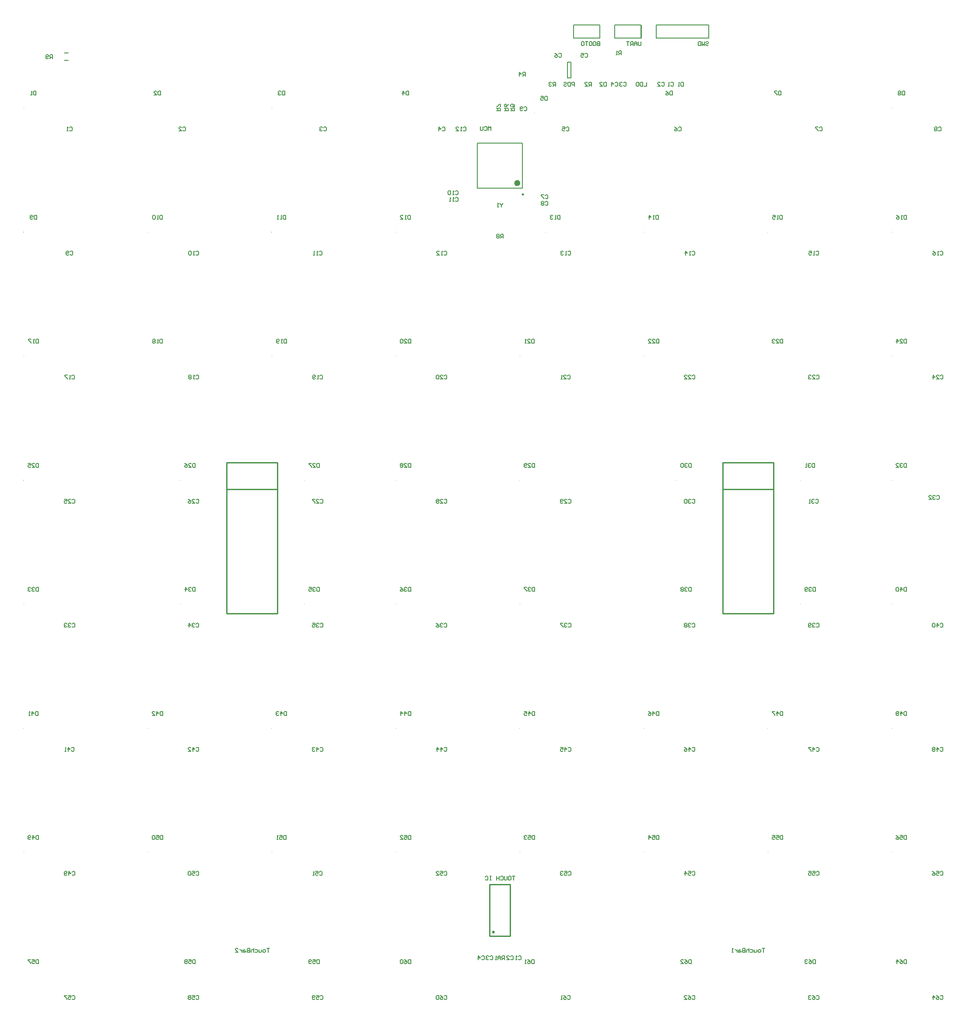
<source format=gbo>
G04*
G04 #@! TF.GenerationSoftware,Altium Limited,Altium Designer,18.1.5 (160)*
G04*
G04 Layer_Color=32896*
%FSLAX25Y25*%
%MOIN*%
G70*
G01*
G75*
%ADD10C,0.00394*%
%ADD11C,0.00500*%
%ADD32C,0.01000*%
%ADD33C,0.00984*%
%ADD69C,0.02362*%
%ADD73C,0.00787*%
%ADD92C,0.00504*%
G36*
X467520Y173228D02*
X467324D01*
X466962Y173079D01*
X466685Y172802D01*
X466535Y172440D01*
Y172244D01*
Y172048D01*
X466685Y171687D01*
X466962Y171410D01*
X467324Y171260D01*
X467520D01*
X467715D01*
X468077Y171410D01*
X468354Y171687D01*
X468504Y172048D01*
Y172244D01*
Y172440D01*
X468354Y172802D01*
X468077Y173079D01*
X467715Y173228D01*
X467520D01*
D01*
D02*
G37*
G36*
X509194Y277407D02*
D01*
D02*
G37*
G36*
X580315Y834842D02*
D01*
D02*
G37*
D10*
X323429Y138509D02*
G03*
X323429Y138509I-197J0D01*
G01*
X701382D02*
G03*
X701382Y138509I-197J0D01*
G01*
X507288Y705438D02*
G03*
X507288Y705438I-197J0D01*
G01*
X109650D02*
G03*
X109650Y705438I-197J0D01*
G01*
Y610950D02*
G03*
X109650Y610950I-197J0D01*
G01*
Y516462D02*
G03*
X109650Y516462I-197J0D01*
G01*
Y421974D02*
G03*
X109650Y421974I-197J0D01*
G01*
Y327485D02*
G03*
X109650Y327485I-197J0D01*
G01*
Y232997D02*
G03*
X109650Y232997I-197J0D01*
G01*
Y138509D02*
G03*
X109650Y138509I-197J0D01*
G01*
X204138Y705438D02*
G03*
X204138Y705438I-197J0D01*
G01*
Y610950D02*
G03*
X204138Y610950I-197J0D01*
G01*
X228941Y516462D02*
G03*
X228941Y516462I-197J0D01*
G01*
Y421974D02*
G03*
X228941Y421974I-197J0D01*
G01*
X204138Y327485D02*
G03*
X204138Y327485I-197J0D01*
G01*
Y232997D02*
G03*
X204138Y232997I-197J0D01*
G01*
X228941Y138509D02*
G03*
X228941Y138509I-197J0D01*
G01*
X298626Y705438D02*
G03*
X298626Y705438I-197J0D01*
G01*
Y610950D02*
G03*
X298626Y610950I-197J0D01*
G01*
X323429Y516462D02*
G03*
X323429Y516462I-197J0D01*
G01*
Y421974D02*
G03*
X323429Y421974I-197J0D01*
G01*
X298626Y327485D02*
G03*
X298626Y327485I-197J0D01*
G01*
Y232997D02*
G03*
X298626Y232997I-197J0D01*
G01*
X393114Y705438D02*
G03*
X393114Y705438I-197J0D01*
G01*
Y610950D02*
G03*
X393114Y610950I-197J0D01*
G01*
Y516462D02*
G03*
X393114Y516462I-197J0D01*
G01*
Y421974D02*
G03*
X393114Y421974I-197J0D01*
G01*
Y327485D02*
G03*
X393114Y327485I-197J0D01*
G01*
Y232997D02*
G03*
X393114Y232997I-197J0D01*
G01*
Y138509D02*
G03*
X393114Y138509I-197J0D01*
G01*
X487603Y610950D02*
G03*
X487603Y610950I-197J0D01*
G01*
Y516462D02*
G03*
X487603Y516462I-197J0D01*
G01*
Y421974D02*
G03*
X487603Y421974I-197J0D01*
G01*
Y327485D02*
G03*
X487603Y327485I-197J0D01*
G01*
Y232997D02*
G03*
X487603Y232997I-197J0D01*
G01*
Y138509D02*
G03*
X487603Y138509I-197J0D01*
G01*
X582091Y705438D02*
G03*
X582091Y705438I-197J0D01*
G01*
Y610950D02*
G03*
X582091Y610950I-197J0D01*
G01*
X606894Y516462D02*
G03*
X606894Y516462I-197J0D01*
G01*
Y421974D02*
G03*
X606894Y421974I-197J0D01*
G01*
X582091Y327485D02*
G03*
X582091Y327485I-197J0D01*
G01*
Y232997D02*
G03*
X582091Y232997I-197J0D01*
G01*
X606894Y138509D02*
G03*
X606894Y138509I-197J0D01*
G01*
X676579Y705438D02*
G03*
X676579Y705438I-197J0D01*
G01*
Y610950D02*
G03*
X676579Y610950I-197J0D01*
G01*
X701382Y516462D02*
G03*
X701382Y516462I-197J0D01*
G01*
Y421974D02*
G03*
X701382Y421974I-197J0D01*
G01*
X676579Y327485D02*
G03*
X676579Y327485I-197J0D01*
G01*
Y232997D02*
G03*
X676579Y232997I-197J0D01*
G01*
X771067Y705438D02*
G03*
X771067Y705438I-197J0D01*
G01*
Y610950D02*
G03*
X771067Y610950I-197J0D01*
G01*
Y516462D02*
G03*
X771067Y516462I-197J0D01*
G01*
Y421974D02*
G03*
X771067Y421974I-197J0D01*
G01*
Y327485D02*
G03*
X771067Y327485I-197J0D01*
G01*
Y232997D02*
G03*
X771067Y232997I-197J0D01*
G01*
Y138509D02*
G03*
X771067Y138509I-197J0D01*
G01*
Y799926D02*
G03*
X771067Y799926I-197J0D01*
G01*
X676579D02*
G03*
X676579Y799926I-197J0D01*
G01*
X593902Y799926D02*
G03*
X593902Y799926I-197J0D01*
G01*
X498626Y795989D02*
G03*
X498626Y795989I-197J0D01*
G01*
X393114Y799926D02*
G03*
X393114Y799926I-197J0D01*
G01*
X298626Y799926D02*
G03*
X298626Y799926I-197J0D01*
G01*
X204138D02*
G03*
X204138Y799926I-197J0D01*
G01*
X109650D02*
G03*
X109650Y799926I-197J0D01*
G01*
D11*
X548465Y850401D02*
Y847402D01*
X546965D01*
X546465Y847901D01*
Y848401D01*
X546965Y848901D01*
X548465D01*
X546965D01*
X546465Y849401D01*
Y849901D01*
X546965Y850401D01*
X548465D01*
X543966D02*
X544966D01*
X545466Y849901D01*
Y847901D01*
X544966Y847402D01*
X543966D01*
X543466Y847901D01*
Y849901D01*
X543966Y850401D01*
X540967D02*
X541967D01*
X542466Y849901D01*
Y847901D01*
X541967Y847402D01*
X540967D01*
X540467Y847901D01*
Y849901D01*
X540967Y850401D01*
X539467D02*
X537468D01*
X538468D01*
Y847402D01*
X536469Y849901D02*
X535969Y850401D01*
X534969D01*
X534469Y849901D01*
Y847901D01*
X534969Y847402D01*
X535969D01*
X536469Y847901D01*
Y849901D01*
X529115Y816535D02*
Y819534D01*
X527615D01*
X527116Y819035D01*
Y818035D01*
X527615Y817535D01*
X529115D01*
X526116Y819534D02*
Y816535D01*
X524616D01*
X524117Y817035D01*
Y819035D01*
X524616Y819534D01*
X526116D01*
X521117Y819035D02*
X521617Y819534D01*
X522617D01*
X523117Y819035D01*
Y818535D01*
X522617Y818035D01*
X521617D01*
X521117Y817535D01*
Y817035D01*
X521617Y816535D01*
X522617D01*
X523117Y817035D01*
X564900Y840500D02*
Y843499D01*
X563401D01*
X562901Y842999D01*
Y842000D01*
X563401Y841500D01*
X564900D01*
X563900D02*
X562901Y840500D01*
X561901D02*
X560901D01*
X561401D01*
Y843499D01*
X561901Y842999D01*
X542115Y816535D02*
Y819534D01*
X540615D01*
X540116Y819035D01*
Y818035D01*
X540615Y817535D01*
X542115D01*
X541115D02*
X540116Y816535D01*
X537117D02*
X539116D01*
X537117Y818535D01*
Y819035D01*
X537616Y819534D01*
X538616D01*
X539116Y819035D01*
X514715Y816535D02*
Y819534D01*
X513215D01*
X512716Y819035D01*
Y818035D01*
X513215Y817535D01*
X514715D01*
X513715D02*
X512716Y816535D01*
X511716Y819035D02*
X511216Y819534D01*
X510216D01*
X509717Y819035D01*
Y818535D01*
X510216Y818035D01*
X510716D01*
X510216D01*
X509717Y817535D01*
Y817035D01*
X510216Y816535D01*
X511216D01*
X511716Y817035D01*
X517216Y841082D02*
X517715Y841582D01*
X518715D01*
X519215Y841082D01*
Y839083D01*
X518715Y838583D01*
X517715D01*
X517216Y839083D01*
X514217Y841582D02*
X515216Y841082D01*
X516216Y840082D01*
Y839083D01*
X515716Y838583D01*
X514716D01*
X514217Y839083D01*
Y839582D01*
X514716Y840082D01*
X516216D01*
X537116Y841082D02*
X537615Y841582D01*
X538615D01*
X539115Y841082D01*
Y839083D01*
X538615Y838583D01*
X537615D01*
X537116Y839083D01*
X534117Y841582D02*
X536116D01*
Y840082D01*
X535116Y840582D01*
X534616D01*
X534117Y840082D01*
Y839083D01*
X534616Y838583D01*
X535616D01*
X536116Y839083D01*
X474900Y700800D02*
Y703799D01*
X473400D01*
X472901Y703299D01*
Y702299D01*
X473400Y701800D01*
X474900D01*
X473900D02*
X472901Y700800D01*
X471901Y703299D02*
X471401Y703799D01*
X470401D01*
X469902Y703299D01*
Y702799D01*
X470401Y702299D01*
X469902Y701800D01*
Y701300D01*
X470401Y700800D01*
X471401D01*
X471901Y701300D01*
Y701800D01*
X471401Y702299D01*
X471901Y702799D01*
Y703299D01*
X471401Y702299D02*
X470401D01*
X579900Y850399D02*
Y847900D01*
X579400Y847400D01*
X578401D01*
X577901Y847900D01*
Y850399D01*
X576901Y847400D02*
Y849399D01*
X575901Y850399D01*
X574902Y849399D01*
Y847400D01*
Y848899D01*
X576901D01*
X573902Y847400D02*
Y850399D01*
X572402D01*
X571903Y849899D01*
Y848899D01*
X572402Y848400D01*
X573902D01*
X572902D02*
X571903Y847400D01*
X570903Y850399D02*
X568904D01*
X569903D01*
Y847400D01*
X474400Y727409D02*
Y726909D01*
X473400Y725909D01*
X472401Y726909D01*
Y727409D01*
X473400Y725909D02*
Y724409D01*
X471401D02*
X470401D01*
X470901D01*
Y727409D01*
X471401Y726909D01*
X469700Y798000D02*
X472699D01*
Y799500D01*
X472199Y799999D01*
X471200D01*
X470700Y799500D01*
Y798000D01*
Y799000D02*
X469700Y799999D01*
X472699Y800999D02*
Y802998D01*
X472199D01*
X470200Y800999D01*
X469700D01*
X131500Y837500D02*
Y840499D01*
X130000D01*
X129501Y839999D01*
Y838999D01*
X130000Y838500D01*
X131500D01*
X130500D02*
X129501Y837500D01*
X128501Y838000D02*
X128001Y837500D01*
X127001D01*
X126502Y838000D01*
Y839999D01*
X127001Y840499D01*
X128001D01*
X128501Y839999D01*
Y839499D01*
X128001Y838999D01*
X126502D01*
X438501Y736399D02*
X439001Y736899D01*
X440000D01*
X440500Y736399D01*
Y734400D01*
X440000Y733900D01*
X439001D01*
X438501Y734400D01*
X437501Y733900D02*
X436501D01*
X437001D01*
Y736899D01*
X437501Y736399D01*
X435002D02*
X434502Y736899D01*
X433502D01*
X433002Y736399D01*
Y734400D01*
X433502Y733900D01*
X434502D01*
X435002Y734400D01*
Y736399D01*
X507001Y728199D02*
X507501Y728699D01*
X508500D01*
X509000Y728199D01*
Y726200D01*
X508500Y725700D01*
X507501D01*
X507001Y726200D01*
X506001Y728199D02*
X505501Y728699D01*
X504501D01*
X504002Y728199D01*
Y727699D01*
X504501Y727200D01*
X504002Y726700D01*
Y726200D01*
X504501Y725700D01*
X505501D01*
X506001Y726200D01*
Y726700D01*
X505501Y727200D01*
X506001Y727699D01*
Y728199D01*
X505501Y727200D02*
X504501D01*
X674100Y159799D02*
X672101D01*
X673100D01*
Y156800D01*
X670601D02*
X669601D01*
X669102Y157300D01*
Y158300D01*
X669601Y158799D01*
X670601D01*
X671101Y158300D01*
Y157300D01*
X670601Y156800D01*
X668102Y158799D02*
Y157300D01*
X667602Y156800D01*
X666103D01*
Y158799D01*
X663104D02*
X664603D01*
X665103Y158300D01*
Y157300D01*
X664603Y156800D01*
X663104D01*
X662104Y159799D02*
Y156800D01*
Y158300D01*
X661604Y158799D01*
X660604D01*
X660105Y158300D01*
Y156800D01*
X659105Y159799D02*
Y156800D01*
X657605D01*
X657105Y157300D01*
Y157800D01*
X657605Y158300D01*
X659105D01*
X657605D01*
X657105Y158799D01*
Y159299D01*
X657605Y159799D01*
X659105D01*
X655606Y158799D02*
X654606D01*
X654107Y158300D01*
Y156800D01*
X655606D01*
X656106Y157300D01*
X655606Y157800D01*
X654107D01*
X653107Y158799D02*
Y156800D01*
Y157800D01*
X652607Y158300D01*
X652107Y158799D01*
X651607D01*
X650108Y156800D02*
X649108D01*
X649608D01*
Y159799D01*
X650108Y159299D01*
X296700Y159799D02*
X294701D01*
X295700D01*
Y156800D01*
X293201D02*
X292201D01*
X291702Y157300D01*
Y158300D01*
X292201Y158799D01*
X293201D01*
X293701Y158300D01*
Y157300D01*
X293201Y156800D01*
X290702Y158799D02*
Y157300D01*
X290202Y156800D01*
X288703D01*
Y158799D01*
X285704D02*
X287203D01*
X287703Y158300D01*
Y157300D01*
X287203Y156800D01*
X285704D01*
X284704Y159799D02*
Y156800D01*
Y158300D01*
X284204Y158799D01*
X283204D01*
X282704Y158300D01*
Y156800D01*
X281705Y159799D02*
Y156800D01*
X280205D01*
X279706Y157300D01*
Y157800D01*
X280205Y158300D01*
X281705D01*
X280205D01*
X279706Y158799D01*
Y159299D01*
X280205Y159799D01*
X281705D01*
X278206Y158799D02*
X277206D01*
X276707Y158300D01*
Y156800D01*
X278206D01*
X278706Y157300D01*
X278206Y157800D01*
X276707D01*
X275707Y158799D02*
Y156800D01*
Y157800D01*
X275207Y158300D01*
X274707Y158799D01*
X274207D01*
X270708Y156800D02*
X272708D01*
X270708Y158799D01*
Y159299D01*
X271208Y159799D01*
X272208D01*
X272708Y159299D01*
X334700Y151299D02*
Y148300D01*
X333201D01*
X332701Y148800D01*
Y150799D01*
X333201Y151299D01*
X334700D01*
X329702D02*
X331701D01*
Y149800D01*
X330701Y150299D01*
X330202D01*
X329702Y149800D01*
Y148800D01*
X330202Y148300D01*
X331201D01*
X331701Y148800D01*
X328702D02*
X328202Y148300D01*
X327202D01*
X326703Y148800D01*
Y150799D01*
X327202Y151299D01*
X328202D01*
X328702Y150799D01*
Y150299D01*
X328202Y149800D01*
X326703D01*
X712700Y151299D02*
Y148300D01*
X711201D01*
X710701Y148800D01*
Y150799D01*
X711201Y151299D01*
X712700D01*
X707702D02*
X708701Y150799D01*
X709701Y149800D01*
Y148800D01*
X709201Y148300D01*
X708202D01*
X707702Y148800D01*
Y149300D01*
X708202Y149800D01*
X709701D01*
X706702Y150799D02*
X706202Y151299D01*
X705202D01*
X704703Y150799D01*
Y150299D01*
X705202Y149800D01*
X705702D01*
X705202D01*
X704703Y149300D01*
Y148800D01*
X705202Y148300D01*
X706202D01*
X706702Y148800D01*
X595563Y819035D02*
X596062Y819534D01*
X597062D01*
X597562Y819035D01*
Y817035D01*
X597062Y816535D01*
X596062D01*
X595563Y817035D01*
X592563Y816535D02*
X594563D01*
X592563Y818535D01*
Y819035D01*
X593063Y819534D01*
X594063D01*
X594563Y819035D01*
X602618D02*
X603118Y819534D01*
X604118D01*
X604618Y819035D01*
Y817035D01*
X604118Y816535D01*
X603118D01*
X602618Y817035D01*
X601619Y816535D02*
X600619D01*
X601119D01*
Y819534D01*
X601619Y819035D01*
X612323Y819534D02*
Y816535D01*
X610823D01*
X610323Y817035D01*
Y819035D01*
X610823Y819534D01*
X612323D01*
X609324Y816535D02*
X608324D01*
X608824D01*
Y819534D01*
X609324Y819035D01*
X465472Y782756D02*
Y785755D01*
X464473Y784755D01*
X463473Y785755D01*
Y782756D01*
X460474Y785255D02*
X460974Y785755D01*
X461974D01*
X462473Y785255D01*
Y783256D01*
X461974Y782756D01*
X460974D01*
X460474Y783256D01*
X459474Y785755D02*
Y783256D01*
X458975Y782756D01*
X457975D01*
X457475Y783256D01*
Y785755D01*
X491800Y824200D02*
Y827199D01*
X490301D01*
X489801Y826699D01*
Y825700D01*
X490301Y825200D01*
X491800D01*
X490800D02*
X489801Y824200D01*
X487301D02*
Y827199D01*
X488801Y825700D01*
X486802D01*
X553382Y819534D02*
Y816535D01*
X551883D01*
X551383Y817035D01*
Y819035D01*
X551883Y819534D01*
X553382D01*
X548384Y816535D02*
X550383D01*
X548384Y818535D01*
Y819035D01*
X548884Y819534D01*
X549883D01*
X550383Y819035D01*
X560054D02*
X560554Y819534D01*
X561553D01*
X562053Y819035D01*
Y817035D01*
X561553Y816535D01*
X560554D01*
X560054Y817035D01*
X557555Y816535D02*
Y819534D01*
X559054Y818035D01*
X557055D01*
X566537Y819035D02*
X567036Y819534D01*
X568036D01*
X568536Y819035D01*
Y817035D01*
X568036Y816535D01*
X567036D01*
X566537Y817035D01*
X565537Y819035D02*
X565037Y819534D01*
X564037D01*
X563537Y819035D01*
Y818535D01*
X564037Y818035D01*
X564537D01*
X564037D01*
X563537Y817535D01*
Y817035D01*
X564037Y816535D01*
X565037D01*
X565537Y817035D01*
X584300Y819534D02*
Y816535D01*
X582301D01*
X581301Y819534D02*
Y816535D01*
X579802D01*
X579302Y817035D01*
Y819035D01*
X579802Y819534D01*
X581301D01*
X576802D02*
X577802D01*
X578302Y819035D01*
Y817035D01*
X577802Y816535D01*
X576802D01*
X576303Y817035D01*
Y819035D01*
X576802Y819534D01*
X475700Y798000D02*
X478699D01*
Y799500D01*
X478199Y799999D01*
X477200D01*
X476700Y799500D01*
Y798000D01*
Y799000D02*
X475700Y799999D01*
X478699Y802998D02*
X478199Y801999D01*
X477200Y800999D01*
X476200D01*
X475700Y801499D01*
Y802499D01*
X476200Y802998D01*
X476700D01*
X477200Y802499D01*
Y800999D01*
X480600Y798000D02*
X483599D01*
Y799500D01*
X483099Y799999D01*
X482099D01*
X481600Y799500D01*
Y798000D01*
Y799000D02*
X480600Y799999D01*
X483599Y802998D02*
Y800999D01*
X482099D01*
X482599Y801999D01*
Y802499D01*
X482099Y802998D01*
X481100D01*
X480600Y802499D01*
Y801499D01*
X481100Y800999D01*
X507001Y733299D02*
X507501Y733799D01*
X508500D01*
X509000Y733299D01*
Y731300D01*
X508500Y730800D01*
X507501D01*
X507001Y731300D01*
X506001Y733799D02*
X504002D01*
Y733299D01*
X506001Y731300D01*
Y730800D01*
X518300Y718199D02*
Y715200D01*
X516800D01*
X516301Y715700D01*
Y717699D01*
X516800Y718199D01*
X518300D01*
X515301Y715200D02*
X514301D01*
X514801D01*
Y718199D01*
X515301Y717699D01*
X512802D02*
X512302Y718199D01*
X511302D01*
X510802Y717699D01*
Y717199D01*
X511302Y716700D01*
X511802D01*
X511302D01*
X510802Y716200D01*
Y715700D01*
X511302Y715200D01*
X512302D01*
X512802Y715700D01*
X629362Y849899D02*
X629862Y850399D01*
X630862D01*
X631361Y849899D01*
Y849399D01*
X630862Y848899D01*
X629862D01*
X629362Y848400D01*
Y847900D01*
X629862Y847400D01*
X630862D01*
X631361Y847900D01*
X628362Y850399D02*
Y847400D01*
X627363Y848400D01*
X626363Y847400D01*
Y850399D01*
X625363D02*
Y847400D01*
X623864D01*
X623364Y847900D01*
Y849899D01*
X623864Y850399D01*
X625363D01*
X444501Y784899D02*
X445001Y785399D01*
X446000D01*
X446500Y784899D01*
Y782900D01*
X446000Y782400D01*
X445001D01*
X444501Y782900D01*
X443501Y782400D02*
X442501D01*
X443001D01*
Y785399D01*
X443501Y784899D01*
X439002Y782400D02*
X441002D01*
X439002Y784399D01*
Y784899D01*
X439502Y785399D01*
X440502D01*
X441002Y784899D01*
X490701Y800499D02*
X491200Y800999D01*
X492200D01*
X492700Y800499D01*
Y798500D01*
X492200Y798000D01*
X491200D01*
X490701Y798500D01*
X489701D02*
X489201Y798000D01*
X488202D01*
X487702Y798500D01*
Y800499D01*
X488202Y800999D01*
X489201D01*
X489701Y800499D01*
Y799999D01*
X489201Y799500D01*
X487702D01*
X438501Y731299D02*
X439001Y731799D01*
X440000D01*
X440500Y731299D01*
Y729300D01*
X440000Y728800D01*
X439001D01*
X438501Y729300D01*
X437501Y728800D02*
X436501D01*
X437001D01*
Y731799D01*
X437501Y731299D01*
X435002Y728800D02*
X434002D01*
X434502D01*
Y731799D01*
X435002Y731299D01*
X145001Y690399D02*
X145501Y690899D01*
X146500D01*
X147000Y690399D01*
Y688400D01*
X146500Y687900D01*
X145501D01*
X145001Y688400D01*
X144001D02*
X143501Y687900D01*
X142501D01*
X142002Y688400D01*
Y690399D01*
X142501Y690899D01*
X143501D01*
X144001Y690399D01*
Y689899D01*
X143501Y689399D01*
X142002D01*
X146201Y595899D02*
X146701Y596399D01*
X147700D01*
X148200Y595899D01*
Y593900D01*
X147700Y593400D01*
X146701D01*
X146201Y593900D01*
X145201Y593400D02*
X144201D01*
X144701D01*
Y596399D01*
X145201Y595899D01*
X142702Y596399D02*
X140702D01*
Y595899D01*
X142702Y593900D01*
Y593400D01*
X146501Y501499D02*
X147001Y501999D01*
X148000D01*
X148500Y501499D01*
Y499500D01*
X148000Y499000D01*
X147001D01*
X146501Y499500D01*
X143502Y499000D02*
X145501D01*
X143502Y500999D01*
Y501499D01*
X144001Y501999D01*
X145001D01*
X145501Y501499D01*
X140503Y501999D02*
X142502D01*
Y500499D01*
X141502Y500999D01*
X141002D01*
X140503Y500499D01*
Y499500D01*
X141002Y499000D01*
X142002D01*
X142502Y499500D01*
X146501Y406999D02*
X147001Y407499D01*
X148000D01*
X148500Y406999D01*
Y405000D01*
X148000Y404500D01*
X147001D01*
X146501Y405000D01*
X145501Y406999D02*
X145001Y407499D01*
X144001D01*
X143502Y406999D01*
Y406499D01*
X144001Y406000D01*
X144501D01*
X144001D01*
X143502Y405500D01*
Y405000D01*
X144001Y404500D01*
X145001D01*
X145501Y405000D01*
X142502Y406999D02*
X142002Y407499D01*
X141002D01*
X140503Y406999D01*
Y406499D01*
X141002Y406000D01*
X141502D01*
X141002D01*
X140503Y405500D01*
Y405000D01*
X141002Y404500D01*
X142002D01*
X142502Y405000D01*
X146001Y312499D02*
X146501Y312999D01*
X147500D01*
X148000Y312499D01*
Y310500D01*
X147500Y310000D01*
X146501D01*
X146001Y310500D01*
X143501Y310000D02*
Y312999D01*
X145001Y311500D01*
X143002D01*
X142002Y310000D02*
X141002D01*
X141502D01*
Y312999D01*
X142002Y312499D01*
X146501Y217999D02*
X147001Y218499D01*
X148000D01*
X148500Y217999D01*
Y216000D01*
X148000Y215500D01*
X147001D01*
X146501Y216000D01*
X144001Y215500D02*
Y218499D01*
X145501Y217000D01*
X143502D01*
X142502Y216000D02*
X142002Y215500D01*
X141002D01*
X140503Y216000D01*
Y217999D01*
X141002Y218499D01*
X142002D01*
X142502Y217999D01*
Y217499D01*
X142002Y217000D01*
X140503D01*
X146501Y123499D02*
X147001Y123999D01*
X148000D01*
X148500Y123499D01*
Y121500D01*
X148000Y121000D01*
X147001D01*
X146501Y121500D01*
X143502Y123999D02*
X145501D01*
Y122500D01*
X144501Y122999D01*
X144001D01*
X143502Y122500D01*
Y121500D01*
X144001Y121000D01*
X145001D01*
X145501Y121500D01*
X142502Y123999D02*
X140503D01*
Y123499D01*
X142502Y121500D01*
Y121000D01*
X240701Y690399D02*
X241200Y690899D01*
X242200D01*
X242700Y690399D01*
Y688400D01*
X242200Y687900D01*
X241200D01*
X240701Y688400D01*
X239701Y687900D02*
X238701D01*
X239201D01*
Y690899D01*
X239701Y690399D01*
X237202D02*
X236702Y690899D01*
X235702D01*
X235202Y690399D01*
Y688400D01*
X235702Y687900D01*
X236702D01*
X237202Y688400D01*
Y690399D01*
X240701Y595899D02*
X241200Y596399D01*
X242200D01*
X242700Y595899D01*
Y593900D01*
X242200Y593400D01*
X241200D01*
X240701Y593900D01*
X239701Y593400D02*
X238701D01*
X239201D01*
Y596399D01*
X239701Y595899D01*
X237202D02*
X236702Y596399D01*
X235702D01*
X235202Y595899D01*
Y595399D01*
X235702Y594900D01*
X235202Y594400D01*
Y593900D01*
X235702Y593400D01*
X236702D01*
X237202Y593900D01*
Y594400D01*
X236702Y594900D01*
X237202Y595399D01*
Y595899D01*
X236702Y594900D02*
X235702D01*
X241001Y501499D02*
X241500Y501999D01*
X242500D01*
X243000Y501499D01*
Y499500D01*
X242500Y499000D01*
X241500D01*
X241001Y499500D01*
X238002Y499000D02*
X240001D01*
X238002Y500999D01*
Y501499D01*
X238502Y501999D01*
X239501D01*
X240001Y501499D01*
X235003Y501999D02*
X236002Y501499D01*
X237002Y500499D01*
Y499500D01*
X236502Y499000D01*
X235502D01*
X235003Y499500D01*
Y500000D01*
X235502Y500499D01*
X237002D01*
X241001Y406999D02*
X241500Y407499D01*
X242500D01*
X243000Y406999D01*
Y405000D01*
X242500Y404500D01*
X241500D01*
X241001Y405000D01*
X240001Y406999D02*
X239501Y407499D01*
X238502D01*
X238002Y406999D01*
Y406499D01*
X238502Y406000D01*
X239001D01*
X238502D01*
X238002Y405500D01*
Y405000D01*
X238502Y404500D01*
X239501D01*
X240001Y405000D01*
X235502Y404500D02*
Y407499D01*
X237002Y406000D01*
X235003D01*
X241001Y312499D02*
X241500Y312999D01*
X242500D01*
X243000Y312499D01*
Y310500D01*
X242500Y310000D01*
X241500D01*
X241001Y310500D01*
X238502Y310000D02*
Y312999D01*
X240001Y311500D01*
X238002D01*
X235003Y310000D02*
X237002D01*
X235003Y311999D01*
Y312499D01*
X235502Y312999D01*
X236502D01*
X237002Y312499D01*
X241001Y217999D02*
X241500Y218499D01*
X242500D01*
X243000Y217999D01*
Y216000D01*
X242500Y215500D01*
X241500D01*
X241001Y216000D01*
X238002Y218499D02*
X240001D01*
Y217000D01*
X239001Y217499D01*
X238502D01*
X238002Y217000D01*
Y216000D01*
X238502Y215500D01*
X239501D01*
X240001Y216000D01*
X237002Y217999D02*
X236502Y218499D01*
X235502D01*
X235003Y217999D01*
Y216000D01*
X235502Y215500D01*
X236502D01*
X237002Y216000D01*
Y217999D01*
X241001Y123499D02*
X241500Y123999D01*
X242500D01*
X243000Y123499D01*
Y121500D01*
X242500Y121000D01*
X241500D01*
X241001Y121500D01*
X238002Y123999D02*
X240001D01*
Y122500D01*
X239001Y122999D01*
X238502D01*
X238002Y122500D01*
Y121500D01*
X238502Y121000D01*
X239501D01*
X240001Y121500D01*
X237002Y123499D02*
X236502Y123999D01*
X235502D01*
X235003Y123499D01*
Y122999D01*
X235502Y122500D01*
X235003Y122000D01*
Y121500D01*
X235502Y121000D01*
X236502D01*
X237002Y121500D01*
Y122000D01*
X236502Y122500D01*
X237002Y122999D01*
Y123499D01*
X236502Y122500D02*
X235502D01*
X334701Y690399D02*
X335201Y690899D01*
X336200D01*
X336700Y690399D01*
Y688400D01*
X336200Y687900D01*
X335201D01*
X334701Y688400D01*
X333701Y687900D02*
X332701D01*
X333201D01*
Y690899D01*
X333701Y690399D01*
X331202Y687900D02*
X330202D01*
X330702D01*
Y690899D01*
X331202Y690399D01*
X335201Y595899D02*
X335700Y596399D01*
X336700D01*
X337200Y595899D01*
Y593900D01*
X336700Y593400D01*
X335700D01*
X335201Y593900D01*
X334201Y593400D02*
X333201D01*
X333701D01*
Y596399D01*
X334201Y595899D01*
X331702Y593900D02*
X331202Y593400D01*
X330202D01*
X329702Y593900D01*
Y595899D01*
X330202Y596399D01*
X331202D01*
X331702Y595899D01*
Y595399D01*
X331202Y594900D01*
X329702D01*
X335501Y501499D02*
X336000Y501999D01*
X337000D01*
X337500Y501499D01*
Y499500D01*
X337000Y499000D01*
X336000D01*
X335501Y499500D01*
X332502Y499000D02*
X334501D01*
X332502Y500999D01*
Y501499D01*
X333001Y501999D01*
X334001D01*
X334501Y501499D01*
X331502Y501999D02*
X329503D01*
Y501499D01*
X331502Y499500D01*
Y499000D01*
X335501Y406999D02*
X336000Y407499D01*
X337000D01*
X337500Y406999D01*
Y405000D01*
X337000Y404500D01*
X336000D01*
X335501Y405000D01*
X334501Y406999D02*
X334001Y407499D01*
X333001D01*
X332502Y406999D01*
Y406499D01*
X333001Y406000D01*
X333501D01*
X333001D01*
X332502Y405500D01*
Y405000D01*
X333001Y404500D01*
X334001D01*
X334501Y405000D01*
X329503Y407499D02*
X331502D01*
Y406000D01*
X330502Y406499D01*
X330002D01*
X329503Y406000D01*
Y405000D01*
X330002Y404500D01*
X331002D01*
X331502Y405000D01*
X335501Y312499D02*
X336000Y312999D01*
X337000D01*
X337500Y312499D01*
Y310500D01*
X337000Y310000D01*
X336000D01*
X335501Y310500D01*
X333001Y310000D02*
Y312999D01*
X334501Y311500D01*
X332502D01*
X331502Y312499D02*
X331002Y312999D01*
X330002D01*
X329503Y312499D01*
Y311999D01*
X330002Y311500D01*
X330502D01*
X330002D01*
X329503Y311000D01*
Y310500D01*
X330002Y310000D01*
X331002D01*
X331502Y310500D01*
X335001Y217999D02*
X335501Y218499D01*
X336500D01*
X337000Y217999D01*
Y216000D01*
X336500Y215500D01*
X335501D01*
X335001Y216000D01*
X332002Y218499D02*
X334001D01*
Y217000D01*
X333001Y217499D01*
X332502D01*
X332002Y217000D01*
Y216000D01*
X332502Y215500D01*
X333501D01*
X334001Y216000D01*
X331002Y215500D02*
X330002D01*
X330502D01*
Y218499D01*
X331002Y217999D01*
X335501Y123499D02*
X336000Y123999D01*
X337000D01*
X337500Y123499D01*
Y121500D01*
X337000Y121000D01*
X336000D01*
X335501Y121500D01*
X332502Y123999D02*
X334501D01*
Y122500D01*
X333501Y122999D01*
X333001D01*
X332502Y122500D01*
Y121500D01*
X333001Y121000D01*
X334001D01*
X334501Y121500D01*
X331502D02*
X331002Y121000D01*
X330002D01*
X329503Y121500D01*
Y123499D01*
X330002Y123999D01*
X331002D01*
X331502Y123499D01*
Y122999D01*
X331002Y122500D01*
X329503D01*
X429701Y690399D02*
X430200Y690899D01*
X431200D01*
X431700Y690399D01*
Y688400D01*
X431200Y687900D01*
X430200D01*
X429701Y688400D01*
X428701Y687900D02*
X427701D01*
X428201D01*
Y690899D01*
X428701Y690399D01*
X424202Y687900D02*
X426202D01*
X424202Y689899D01*
Y690399D01*
X424702Y690899D01*
X425702D01*
X426202Y690399D01*
X430001Y595899D02*
X430501Y596399D01*
X431500D01*
X432000Y595899D01*
Y593900D01*
X431500Y593400D01*
X430501D01*
X430001Y593900D01*
X427002Y593400D02*
X429001D01*
X427002Y595399D01*
Y595899D01*
X427501Y596399D01*
X428501D01*
X429001Y595899D01*
X426002D02*
X425502Y596399D01*
X424502D01*
X424003Y595899D01*
Y593900D01*
X424502Y593400D01*
X425502D01*
X426002Y593900D01*
Y595899D01*
X430001Y501499D02*
X430501Y501999D01*
X431500D01*
X432000Y501499D01*
Y499500D01*
X431500Y499000D01*
X430501D01*
X430001Y499500D01*
X427002Y499000D02*
X429001D01*
X427002Y500999D01*
Y501499D01*
X427501Y501999D01*
X428501D01*
X429001Y501499D01*
X426002D02*
X425502Y501999D01*
X424502D01*
X424003Y501499D01*
Y500999D01*
X424502Y500499D01*
X424003Y500000D01*
Y499500D01*
X424502Y499000D01*
X425502D01*
X426002Y499500D01*
Y500000D01*
X425502Y500499D01*
X426002Y500999D01*
Y501499D01*
X425502Y500499D02*
X424502D01*
X430001Y406999D02*
X430501Y407499D01*
X431500D01*
X432000Y406999D01*
Y405000D01*
X431500Y404500D01*
X430501D01*
X430001Y405000D01*
X429001Y406999D02*
X428501Y407499D01*
X427501D01*
X427002Y406999D01*
Y406499D01*
X427501Y406000D01*
X428001D01*
X427501D01*
X427002Y405500D01*
Y405000D01*
X427501Y404500D01*
X428501D01*
X429001Y405000D01*
X424003Y407499D02*
X425002Y406999D01*
X426002Y406000D01*
Y405000D01*
X425502Y404500D01*
X424502D01*
X424003Y405000D01*
Y405500D01*
X424502Y406000D01*
X426002D01*
X430001Y312499D02*
X430501Y312999D01*
X431500D01*
X432000Y312499D01*
Y310500D01*
X431500Y310000D01*
X430501D01*
X430001Y310500D01*
X427501Y310000D02*
Y312999D01*
X429001Y311500D01*
X427002D01*
X424502Y310000D02*
Y312999D01*
X426002Y311500D01*
X424003D01*
X430001Y217999D02*
X430501Y218499D01*
X431500D01*
X432000Y217999D01*
Y216000D01*
X431500Y215500D01*
X430501D01*
X430001Y216000D01*
X427002Y218499D02*
X429001D01*
Y217000D01*
X428001Y217499D01*
X427501D01*
X427002Y217000D01*
Y216000D01*
X427501Y215500D01*
X428501D01*
X429001Y216000D01*
X424003Y215500D02*
X426002D01*
X424003Y217499D01*
Y217999D01*
X424502Y218499D01*
X425502D01*
X426002Y217999D01*
X430001Y123499D02*
X430501Y123999D01*
X431500D01*
X432000Y123499D01*
Y121500D01*
X431500Y121000D01*
X430501D01*
X430001Y121500D01*
X427002Y123999D02*
X428001Y123499D01*
X429001Y122500D01*
Y121500D01*
X428501Y121000D01*
X427501D01*
X427002Y121500D01*
Y122000D01*
X427501Y122500D01*
X429001D01*
X426002Y123499D02*
X425502Y123999D01*
X424502D01*
X424003Y123499D01*
Y121500D01*
X424502Y121000D01*
X425502D01*
X426002Y121500D01*
Y123499D01*
X524201Y690399D02*
X524700Y690899D01*
X525700D01*
X526200Y690399D01*
Y688400D01*
X525700Y687900D01*
X524700D01*
X524201Y688400D01*
X523201Y687900D02*
X522201D01*
X522701D01*
Y690899D01*
X523201Y690399D01*
X520702D02*
X520202Y690899D01*
X519202D01*
X518702Y690399D01*
Y689899D01*
X519202Y689399D01*
X519702D01*
X519202D01*
X518702Y688900D01*
Y688400D01*
X519202Y687900D01*
X520202D01*
X520702Y688400D01*
X523901Y595899D02*
X524401Y596399D01*
X525400D01*
X525900Y595899D01*
Y593900D01*
X525400Y593400D01*
X524401D01*
X523901Y593900D01*
X520902Y593400D02*
X522901D01*
X520902Y595399D01*
Y595899D01*
X521402Y596399D01*
X522401D01*
X522901Y595899D01*
X519902Y593400D02*
X518902D01*
X519402D01*
Y596399D01*
X519902Y595899D01*
X524401Y501499D02*
X524900Y501999D01*
X525900D01*
X526400Y501499D01*
Y499500D01*
X525900Y499000D01*
X524900D01*
X524401Y499500D01*
X521402Y499000D02*
X523401D01*
X521402Y500999D01*
Y501499D01*
X521902Y501999D01*
X522901D01*
X523401Y501499D01*
X520402Y499500D02*
X519902Y499000D01*
X518902D01*
X518403Y499500D01*
Y501499D01*
X518902Y501999D01*
X519902D01*
X520402Y501499D01*
Y500999D01*
X519902Y500499D01*
X518403D01*
X524401Y406999D02*
X524900Y407499D01*
X525900D01*
X526400Y406999D01*
Y405000D01*
X525900Y404500D01*
X524900D01*
X524401Y405000D01*
X523401Y406999D02*
X522901Y407499D01*
X521902D01*
X521402Y406999D01*
Y406499D01*
X521902Y406000D01*
X522401D01*
X521902D01*
X521402Y405500D01*
Y405000D01*
X521902Y404500D01*
X522901D01*
X523401Y405000D01*
X520402Y407499D02*
X518403D01*
Y406999D01*
X520402Y405000D01*
Y404500D01*
X524401Y312499D02*
X524900Y312999D01*
X525900D01*
X526400Y312499D01*
Y310500D01*
X525900Y310000D01*
X524900D01*
X524401Y310500D01*
X521902Y310000D02*
Y312999D01*
X523401Y311500D01*
X521402D01*
X518403Y312999D02*
X520402D01*
Y311500D01*
X519402Y311999D01*
X518902D01*
X518403Y311500D01*
Y310500D01*
X518902Y310000D01*
X519902D01*
X520402Y310500D01*
X524401Y217999D02*
X524900Y218499D01*
X525900D01*
X526400Y217999D01*
Y216000D01*
X525900Y215500D01*
X524900D01*
X524401Y216000D01*
X521402Y218499D02*
X523401D01*
Y217000D01*
X522401Y217499D01*
X521902D01*
X521402Y217000D01*
Y216000D01*
X521902Y215500D01*
X522901D01*
X523401Y216000D01*
X520402Y217999D02*
X519902Y218499D01*
X518902D01*
X518403Y217999D01*
Y217499D01*
X518902Y217000D01*
X519402D01*
X518902D01*
X518403Y216500D01*
Y216000D01*
X518902Y215500D01*
X519902D01*
X520402Y216000D01*
X523901Y123499D02*
X524401Y123999D01*
X525400D01*
X525900Y123499D01*
Y121500D01*
X525400Y121000D01*
X524401D01*
X523901Y121500D01*
X520902Y123999D02*
X521901Y123499D01*
X522901Y122500D01*
Y121500D01*
X522401Y121000D01*
X521402D01*
X520902Y121500D01*
Y122000D01*
X521402Y122500D01*
X522901D01*
X519902Y121000D02*
X518902D01*
X519402D01*
Y123999D01*
X519902Y123499D01*
X618701Y690399D02*
X619201Y690899D01*
X620200D01*
X620700Y690399D01*
Y688400D01*
X620200Y687900D01*
X619201D01*
X618701Y688400D01*
X617701Y687900D02*
X616701D01*
X617201D01*
Y690899D01*
X617701Y690399D01*
X613702Y687900D02*
Y690899D01*
X615202Y689399D01*
X613202D01*
X618901Y595899D02*
X619401Y596399D01*
X620400D01*
X620900Y595899D01*
Y593900D01*
X620400Y593400D01*
X619401D01*
X618901Y593900D01*
X615902Y593400D02*
X617901D01*
X615902Y595399D01*
Y595899D01*
X616401Y596399D01*
X617401D01*
X617901Y595899D01*
X612903Y593400D02*
X614902D01*
X612903Y595399D01*
Y595899D01*
X613402Y596399D01*
X614402D01*
X614902Y595899D01*
X618901Y501499D02*
X619401Y501999D01*
X620400D01*
X620900Y501499D01*
Y499500D01*
X620400Y499000D01*
X619401D01*
X618901Y499500D01*
X617901Y501499D02*
X617401Y501999D01*
X616401D01*
X615902Y501499D01*
Y500999D01*
X616401Y500499D01*
X616901D01*
X616401D01*
X615902Y500000D01*
Y499500D01*
X616401Y499000D01*
X617401D01*
X617901Y499500D01*
X614902Y501499D02*
X614402Y501999D01*
X613402D01*
X612903Y501499D01*
Y499500D01*
X613402Y499000D01*
X614402D01*
X614902Y499500D01*
Y501499D01*
X618901Y406999D02*
X619401Y407499D01*
X620400D01*
X620900Y406999D01*
Y405000D01*
X620400Y404500D01*
X619401D01*
X618901Y405000D01*
X617901Y406999D02*
X617401Y407499D01*
X616401D01*
X615902Y406999D01*
Y406499D01*
X616401Y406000D01*
X616901D01*
X616401D01*
X615902Y405500D01*
Y405000D01*
X616401Y404500D01*
X617401D01*
X617901Y405000D01*
X614902Y406999D02*
X614402Y407499D01*
X613402D01*
X612903Y406999D01*
Y406499D01*
X613402Y406000D01*
X612903Y405500D01*
Y405000D01*
X613402Y404500D01*
X614402D01*
X614902Y405000D01*
Y405500D01*
X614402Y406000D01*
X614902Y406499D01*
Y406999D01*
X614402Y406000D02*
X613402D01*
X618901Y312499D02*
X619401Y312999D01*
X620400D01*
X620900Y312499D01*
Y310500D01*
X620400Y310000D01*
X619401D01*
X618901Y310500D01*
X616401Y310000D02*
Y312999D01*
X617901Y311500D01*
X615902D01*
X612903Y312999D02*
X613902Y312499D01*
X614902Y311500D01*
Y310500D01*
X614402Y310000D01*
X613402D01*
X612903Y310500D01*
Y311000D01*
X613402Y311500D01*
X614902D01*
X618901Y217999D02*
X619401Y218499D01*
X620400D01*
X620900Y217999D01*
Y216000D01*
X620400Y215500D01*
X619401D01*
X618901Y216000D01*
X615902Y218499D02*
X617901D01*
Y217000D01*
X616901Y217499D01*
X616401D01*
X615902Y217000D01*
Y216000D01*
X616401Y215500D01*
X617401D01*
X617901Y216000D01*
X613402Y215500D02*
Y218499D01*
X614902Y217000D01*
X612903D01*
X618901Y123499D02*
X619401Y123999D01*
X620400D01*
X620900Y123499D01*
Y121500D01*
X620400Y121000D01*
X619401D01*
X618901Y121500D01*
X615902Y123999D02*
X616901Y123499D01*
X617901Y122500D01*
Y121500D01*
X617401Y121000D01*
X616401D01*
X615902Y121500D01*
Y122000D01*
X616401Y122500D01*
X617901D01*
X612903Y121000D02*
X614902D01*
X612903Y122999D01*
Y123499D01*
X613402Y123999D01*
X614402D01*
X614902Y123499D01*
X713201Y690399D02*
X713700Y690899D01*
X714700D01*
X715200Y690399D01*
Y688400D01*
X714700Y687900D01*
X713700D01*
X713201Y688400D01*
X712201Y687900D02*
X711201D01*
X711701D01*
Y690899D01*
X712201Y690399D01*
X707702Y690899D02*
X709702D01*
Y689399D01*
X708702Y689899D01*
X708202D01*
X707702Y689399D01*
Y688400D01*
X708202Y687900D01*
X709202D01*
X709702Y688400D01*
X713401Y595899D02*
X713901Y596399D01*
X714900D01*
X715400Y595899D01*
Y593900D01*
X714900Y593400D01*
X713901D01*
X713401Y593900D01*
X710402Y593400D02*
X712401D01*
X710402Y595399D01*
Y595899D01*
X710901Y596399D01*
X711901D01*
X712401Y595899D01*
X709402D02*
X708902Y596399D01*
X707902D01*
X707403Y595899D01*
Y595399D01*
X707902Y594900D01*
X708402D01*
X707902D01*
X707403Y594400D01*
Y593900D01*
X707902Y593400D01*
X708902D01*
X709402Y593900D01*
X712901Y501499D02*
X713401Y501999D01*
X714400D01*
X714900Y501499D01*
Y499500D01*
X714400Y499000D01*
X713401D01*
X712901Y499500D01*
X711901Y501499D02*
X711401Y501999D01*
X710401D01*
X709902Y501499D01*
Y500999D01*
X710401Y500499D01*
X710901D01*
X710401D01*
X709902Y500000D01*
Y499500D01*
X710401Y499000D01*
X711401D01*
X711901Y499500D01*
X708902Y499000D02*
X707902D01*
X708402D01*
Y501999D01*
X708902Y501499D01*
X713401Y406999D02*
X713901Y407499D01*
X714900D01*
X715400Y406999D01*
Y405000D01*
X714900Y404500D01*
X713901D01*
X713401Y405000D01*
X712401Y406999D02*
X711901Y407499D01*
X710901D01*
X710402Y406999D01*
Y406499D01*
X710901Y406000D01*
X711401D01*
X710901D01*
X710402Y405500D01*
Y405000D01*
X710901Y404500D01*
X711901D01*
X712401Y405000D01*
X709402D02*
X708902Y404500D01*
X707902D01*
X707403Y405000D01*
Y406999D01*
X707902Y407499D01*
X708902D01*
X709402Y406999D01*
Y406499D01*
X708902Y406000D01*
X707403D01*
X713401Y312499D02*
X713901Y312999D01*
X714900D01*
X715400Y312499D01*
Y310500D01*
X714900Y310000D01*
X713901D01*
X713401Y310500D01*
X710901Y310000D02*
Y312999D01*
X712401Y311500D01*
X710402D01*
X709402Y312999D02*
X707403D01*
Y312499D01*
X709402Y310500D01*
Y310000D01*
X713401Y217999D02*
X713901Y218499D01*
X714900D01*
X715400Y217999D01*
Y216000D01*
X714900Y215500D01*
X713901D01*
X713401Y216000D01*
X710402Y218499D02*
X712401D01*
Y217000D01*
X711401Y217499D01*
X710901D01*
X710402Y217000D01*
Y216000D01*
X710901Y215500D01*
X711901D01*
X712401Y216000D01*
X707403Y218499D02*
X709402D01*
Y217000D01*
X708402Y217499D01*
X707902D01*
X707403Y217000D01*
Y216000D01*
X707902Y215500D01*
X708902D01*
X709402Y216000D01*
X713401Y123499D02*
X713901Y123999D01*
X714900D01*
X715400Y123499D01*
Y121500D01*
X714900Y121000D01*
X713901D01*
X713401Y121500D01*
X710402Y123999D02*
X711401Y123499D01*
X712401Y122500D01*
Y121500D01*
X711901Y121000D01*
X710901D01*
X710402Y121500D01*
Y122000D01*
X710901Y122500D01*
X712401D01*
X709402Y123499D02*
X708902Y123999D01*
X707902D01*
X707403Y123499D01*
Y122999D01*
X707902Y122500D01*
X708402D01*
X707902D01*
X707403Y122000D01*
Y121500D01*
X707902Y121000D01*
X708902D01*
X709402Y121500D01*
X807701Y690399D02*
X808200Y690899D01*
X809200D01*
X809700Y690399D01*
Y688400D01*
X809200Y687900D01*
X808200D01*
X807701Y688400D01*
X806701Y687900D02*
X805701D01*
X806201D01*
Y690899D01*
X806701Y690399D01*
X802202Y690899D02*
X803202Y690399D01*
X804202Y689399D01*
Y688400D01*
X803702Y687900D01*
X802702D01*
X802202Y688400D01*
Y688900D01*
X802702Y689399D01*
X804202D01*
X807901Y595899D02*
X808401Y596399D01*
X809400D01*
X809900Y595899D01*
Y593900D01*
X809400Y593400D01*
X808401D01*
X807901Y593900D01*
X804902Y593400D02*
X806901D01*
X804902Y595399D01*
Y595899D01*
X805402Y596399D01*
X806401D01*
X806901Y595899D01*
X802402Y593400D02*
Y596399D01*
X803902Y594900D01*
X801903D01*
X805101Y504199D02*
X805600Y504699D01*
X806600D01*
X807100Y504199D01*
Y502200D01*
X806600Y501700D01*
X805600D01*
X805101Y502200D01*
X804101Y504199D02*
X803601Y504699D01*
X802602D01*
X802102Y504199D01*
Y503699D01*
X802602Y503199D01*
X803101D01*
X802602D01*
X802102Y502700D01*
Y502200D01*
X802602Y501700D01*
X803601D01*
X804101Y502200D01*
X799103Y501700D02*
X801102D01*
X799103Y503699D01*
Y504199D01*
X799602Y504699D01*
X800602D01*
X801102Y504199D01*
X807901Y406999D02*
X808401Y407499D01*
X809400D01*
X809900Y406999D01*
Y405000D01*
X809400Y404500D01*
X808401D01*
X807901Y405000D01*
X805402Y404500D02*
Y407499D01*
X806901Y406000D01*
X804902D01*
X803902Y406999D02*
X803402Y407499D01*
X802402D01*
X801903Y406999D01*
Y405000D01*
X802402Y404500D01*
X803402D01*
X803902Y405000D01*
Y406999D01*
X807901Y312499D02*
X808401Y312999D01*
X809400D01*
X809900Y312499D01*
Y310500D01*
X809400Y310000D01*
X808401D01*
X807901Y310500D01*
X805402Y310000D02*
Y312999D01*
X806901Y311500D01*
X804902D01*
X803902Y312499D02*
X803402Y312999D01*
X802402D01*
X801903Y312499D01*
Y311999D01*
X802402Y311500D01*
X801903Y311000D01*
Y310500D01*
X802402Y310000D01*
X803402D01*
X803902Y310500D01*
Y311000D01*
X803402Y311500D01*
X803902Y311999D01*
Y312499D01*
X803402Y311500D02*
X802402D01*
X807901Y217999D02*
X808401Y218499D01*
X809400D01*
X809900Y217999D01*
Y216000D01*
X809400Y215500D01*
X808401D01*
X807901Y216000D01*
X804902Y218499D02*
X806901D01*
Y217000D01*
X805901Y217499D01*
X805402D01*
X804902Y217000D01*
Y216000D01*
X805402Y215500D01*
X806401D01*
X806901Y216000D01*
X801903Y218499D02*
X802902Y217999D01*
X803902Y217000D01*
Y216000D01*
X803402Y215500D01*
X802402D01*
X801903Y216000D01*
Y216500D01*
X802402Y217000D01*
X803902D01*
X807901Y123499D02*
X808401Y123999D01*
X809400D01*
X809900Y123499D01*
Y121500D01*
X809400Y121000D01*
X808401D01*
X807901Y121500D01*
X804902Y123999D02*
X805901Y123499D01*
X806901Y122500D01*
Y121500D01*
X806401Y121000D01*
X805402D01*
X804902Y121500D01*
Y122000D01*
X805402Y122500D01*
X806901D01*
X802402Y121000D02*
Y123999D01*
X803902Y122500D01*
X801903D01*
X119400Y718199D02*
Y715200D01*
X117901D01*
X117401Y715700D01*
Y717699D01*
X117901Y718199D01*
X119400D01*
X116401Y715700D02*
X115901Y715200D01*
X114901D01*
X114402Y715700D01*
Y717699D01*
X114901Y718199D01*
X115901D01*
X116401Y717699D01*
Y717199D01*
X115901Y716700D01*
X114402D01*
X120700Y623699D02*
Y620700D01*
X119201D01*
X118701Y621200D01*
Y623199D01*
X119201Y623699D01*
X120700D01*
X117701Y620700D02*
X116701D01*
X117201D01*
Y623699D01*
X117701Y623199D01*
X115202Y623699D02*
X113202D01*
Y623199D01*
X115202Y621200D01*
Y620700D01*
X120900Y529199D02*
Y526200D01*
X119401D01*
X118901Y526700D01*
Y528699D01*
X119401Y529199D01*
X120900D01*
X115902Y526200D02*
X117901D01*
X115902Y528199D01*
Y528699D01*
X116401Y529199D01*
X117401D01*
X117901Y528699D01*
X112903Y529199D02*
X114902D01*
Y527700D01*
X113902Y528199D01*
X113402D01*
X112903Y527700D01*
Y526700D01*
X113402Y526200D01*
X114402D01*
X114902Y526700D01*
X120900Y434699D02*
Y431700D01*
X119401D01*
X118901Y432200D01*
Y434199D01*
X119401Y434699D01*
X120900D01*
X117901Y434199D02*
X117401Y434699D01*
X116401D01*
X115902Y434199D01*
Y433699D01*
X116401Y433200D01*
X116901D01*
X116401D01*
X115902Y432700D01*
Y432200D01*
X116401Y431700D01*
X117401D01*
X117901Y432200D01*
X114902Y434199D02*
X114402Y434699D01*
X113402D01*
X112903Y434199D01*
Y433699D01*
X113402Y433200D01*
X113902D01*
X113402D01*
X112903Y432700D01*
Y432200D01*
X113402Y431700D01*
X114402D01*
X114902Y432200D01*
X120400Y340199D02*
Y337200D01*
X118901D01*
X118401Y337700D01*
Y339699D01*
X118901Y340199D01*
X120400D01*
X115901Y337200D02*
Y340199D01*
X117401Y338700D01*
X115402D01*
X114402Y337200D02*
X113402D01*
X113902D01*
Y340199D01*
X114402Y339699D01*
X120900Y245799D02*
Y242800D01*
X119401D01*
X118901Y243300D01*
Y245299D01*
X119401Y245799D01*
X120900D01*
X116401Y242800D02*
Y245799D01*
X117901Y244300D01*
X115902D01*
X114902Y243300D02*
X114402Y242800D01*
X113402D01*
X112903Y243300D01*
Y245299D01*
X113402Y245799D01*
X114402D01*
X114902Y245299D01*
Y244799D01*
X114402Y244300D01*
X112903D01*
X120900Y151299D02*
Y148300D01*
X119401D01*
X118901Y148800D01*
Y150799D01*
X119401Y151299D01*
X120900D01*
X115902D02*
X117901D01*
Y149800D01*
X116901Y150299D01*
X116401D01*
X115902Y149800D01*
Y148800D01*
X116401Y148300D01*
X117401D01*
X117901Y148800D01*
X114902Y151299D02*
X112903D01*
Y150799D01*
X114902Y148800D01*
Y148300D01*
X215200Y718199D02*
Y715200D01*
X213701D01*
X213201Y715700D01*
Y717699D01*
X213701Y718199D01*
X215200D01*
X212201Y715200D02*
X211201D01*
X211701D01*
Y718199D01*
X212201Y717699D01*
X209702D02*
X209202Y718199D01*
X208202D01*
X207702Y717699D01*
Y715700D01*
X208202Y715200D01*
X209202D01*
X209702Y715700D01*
Y717699D01*
X215200Y623699D02*
Y620700D01*
X213701D01*
X213201Y621200D01*
Y623199D01*
X213701Y623699D01*
X215200D01*
X212201Y620700D02*
X211201D01*
X211701D01*
Y623699D01*
X212201Y623199D01*
X209702D02*
X209202Y623699D01*
X208202D01*
X207702Y623199D01*
Y622699D01*
X208202Y622199D01*
X207702Y621700D01*
Y621200D01*
X208202Y620700D01*
X209202D01*
X209702Y621200D01*
Y621700D01*
X209202Y622199D01*
X209702Y622699D01*
Y623199D01*
X209202Y622199D02*
X208202D01*
X240200Y529199D02*
Y526200D01*
X238701D01*
X238201Y526700D01*
Y528699D01*
X238701Y529199D01*
X240200D01*
X235202Y526200D02*
X237201D01*
X235202Y528199D01*
Y528699D01*
X235701Y529199D01*
X236701D01*
X237201Y528699D01*
X232203Y529199D02*
X233202Y528699D01*
X234202Y527700D01*
Y526700D01*
X233702Y526200D01*
X232702D01*
X232203Y526700D01*
Y527200D01*
X232702Y527700D01*
X234202D01*
X240200Y434699D02*
Y431700D01*
X238701D01*
X238201Y432200D01*
Y434199D01*
X238701Y434699D01*
X240200D01*
X237201Y434199D02*
X236701Y434699D01*
X235701D01*
X235202Y434199D01*
Y433699D01*
X235701Y433200D01*
X236201D01*
X235701D01*
X235202Y432700D01*
Y432200D01*
X235701Y431700D01*
X236701D01*
X237201Y432200D01*
X232702Y431700D02*
Y434699D01*
X234202Y433200D01*
X232203D01*
X215400Y340199D02*
Y337200D01*
X213900D01*
X213401Y337700D01*
Y339699D01*
X213900Y340199D01*
X215400D01*
X210901Y337200D02*
Y340199D01*
X212401Y338700D01*
X210402D01*
X207403Y337200D02*
X209402D01*
X207403Y339199D01*
Y339699D01*
X207902Y340199D01*
X208902D01*
X209402Y339699D01*
X215400Y245799D02*
Y242800D01*
X213900D01*
X213401Y243300D01*
Y245299D01*
X213900Y245799D01*
X215400D01*
X210402D02*
X212401D01*
Y244300D01*
X211401Y244799D01*
X210901D01*
X210402Y244300D01*
Y243300D01*
X210901Y242800D01*
X211901D01*
X212401Y243300D01*
X209402Y245299D02*
X208902Y245799D01*
X207902D01*
X207403Y245299D01*
Y243300D01*
X207902Y242800D01*
X208902D01*
X209402Y243300D01*
Y245299D01*
X240200Y151299D02*
Y148300D01*
X238701D01*
X238201Y148800D01*
Y150799D01*
X238701Y151299D01*
X240200D01*
X235202D02*
X237201D01*
Y149800D01*
X236201Y150299D01*
X235701D01*
X235202Y149800D01*
Y148800D01*
X235701Y148300D01*
X236701D01*
X237201Y148800D01*
X234202Y150799D02*
X233702Y151299D01*
X232702D01*
X232203Y150799D01*
Y150299D01*
X232702Y149800D01*
X232203Y149300D01*
Y148800D01*
X232702Y148300D01*
X233702D01*
X234202Y148800D01*
Y149300D01*
X233702Y149800D01*
X234202Y150299D01*
Y150799D01*
X233702Y149800D02*
X232702D01*
X309200Y718199D02*
Y715200D01*
X307700D01*
X307201Y715700D01*
Y717699D01*
X307700Y718199D01*
X309200D01*
X306201Y715200D02*
X305201D01*
X305701D01*
Y718199D01*
X306201Y717699D01*
X303702Y715200D02*
X302702D01*
X303202D01*
Y718199D01*
X303702Y717699D01*
X309700Y623699D02*
Y620700D01*
X308201D01*
X307701Y621200D01*
Y623199D01*
X308201Y623699D01*
X309700D01*
X306701Y620700D02*
X305701D01*
X306201D01*
Y623699D01*
X306701Y623199D01*
X304202Y621200D02*
X303702Y620700D01*
X302702D01*
X302202Y621200D01*
Y623199D01*
X302702Y623699D01*
X303702D01*
X304202Y623199D01*
Y622699D01*
X303702Y622199D01*
X302202D01*
X334700Y529199D02*
Y526200D01*
X333201D01*
X332701Y526700D01*
Y528699D01*
X333201Y529199D01*
X334700D01*
X329702Y526200D02*
X331701D01*
X329702Y528199D01*
Y528699D01*
X330202Y529199D01*
X331201D01*
X331701Y528699D01*
X328702Y529199D02*
X326703D01*
Y528699D01*
X328702Y526700D01*
Y526200D01*
X334700Y434699D02*
Y431700D01*
X333201D01*
X332701Y432200D01*
Y434199D01*
X333201Y434699D01*
X334700D01*
X331701Y434199D02*
X331201Y434699D01*
X330202D01*
X329702Y434199D01*
Y433699D01*
X330202Y433200D01*
X330701D01*
X330202D01*
X329702Y432700D01*
Y432200D01*
X330202Y431700D01*
X331201D01*
X331701Y432200D01*
X326703Y434699D02*
X328702D01*
Y433200D01*
X327702Y433699D01*
X327202D01*
X326703Y433200D01*
Y432200D01*
X327202Y431700D01*
X328202D01*
X328702Y432200D01*
X309900Y340199D02*
Y337200D01*
X308401D01*
X307901Y337700D01*
Y339699D01*
X308401Y340199D01*
X309900D01*
X305401Y337200D02*
Y340199D01*
X306901Y338700D01*
X304902D01*
X303902Y339699D02*
X303402Y340199D01*
X302402D01*
X301903Y339699D01*
Y339199D01*
X302402Y338700D01*
X302902D01*
X302402D01*
X301903Y338200D01*
Y337700D01*
X302402Y337200D01*
X303402D01*
X303902Y337700D01*
X309400Y245799D02*
Y242800D01*
X307901D01*
X307401Y243300D01*
Y245299D01*
X307901Y245799D01*
X309400D01*
X304402D02*
X306401D01*
Y244300D01*
X305401Y244799D01*
X304902D01*
X304402Y244300D01*
Y243300D01*
X304902Y242800D01*
X305901D01*
X306401Y243300D01*
X303402Y242800D02*
X302402D01*
X302902D01*
Y245799D01*
X303402Y245299D01*
X404100Y718199D02*
Y715200D01*
X402600D01*
X402101Y715700D01*
Y717699D01*
X402600Y718199D01*
X404100D01*
X401101Y715200D02*
X400101D01*
X400601D01*
Y718199D01*
X401101Y717699D01*
X396602Y715200D02*
X398602D01*
X396602Y717199D01*
Y717699D01*
X397102Y718199D01*
X398102D01*
X398602Y717699D01*
X404400Y623699D02*
Y620700D01*
X402901D01*
X402401Y621200D01*
Y623199D01*
X402901Y623699D01*
X404400D01*
X399402Y620700D02*
X401401D01*
X399402Y622699D01*
Y623199D01*
X399902Y623699D01*
X400901D01*
X401401Y623199D01*
X398402D02*
X397902Y623699D01*
X396902D01*
X396403Y623199D01*
Y621200D01*
X396902Y620700D01*
X397902D01*
X398402Y621200D01*
Y623199D01*
X404400Y529199D02*
Y526200D01*
X402901D01*
X402401Y526700D01*
Y528699D01*
X402901Y529199D01*
X404400D01*
X399402Y526200D02*
X401401D01*
X399402Y528199D01*
Y528699D01*
X399902Y529199D01*
X400901D01*
X401401Y528699D01*
X398402D02*
X397902Y529199D01*
X396902D01*
X396403Y528699D01*
Y528199D01*
X396902Y527700D01*
X396403Y527200D01*
Y526700D01*
X396902Y526200D01*
X397902D01*
X398402Y526700D01*
Y527200D01*
X397902Y527700D01*
X398402Y528199D01*
Y528699D01*
X397902Y527700D02*
X396902D01*
X404400Y434699D02*
Y431700D01*
X402901D01*
X402401Y432200D01*
Y434199D01*
X402901Y434699D01*
X404400D01*
X401401Y434199D02*
X400901Y434699D01*
X399902D01*
X399402Y434199D01*
Y433699D01*
X399902Y433200D01*
X400401D01*
X399902D01*
X399402Y432700D01*
Y432200D01*
X399902Y431700D01*
X400901D01*
X401401Y432200D01*
X396403Y434699D02*
X397402Y434199D01*
X398402Y433200D01*
Y432200D01*
X397902Y431700D01*
X396902D01*
X396403Y432200D01*
Y432700D01*
X396902Y433200D01*
X398402D01*
X404400Y340199D02*
Y337200D01*
X402901D01*
X402401Y337700D01*
Y339699D01*
X402901Y340199D01*
X404400D01*
X399902Y337200D02*
Y340199D01*
X401401Y338700D01*
X399402D01*
X396902Y337200D02*
Y340199D01*
X398402Y338700D01*
X396403D01*
X404400Y245799D02*
Y242800D01*
X402901D01*
X402401Y243300D01*
Y245299D01*
X402901Y245799D01*
X404400D01*
X399402D02*
X401401D01*
Y244300D01*
X400401Y244799D01*
X399902D01*
X399402Y244300D01*
Y243300D01*
X399902Y242800D01*
X400901D01*
X401401Y243300D01*
X396403Y242800D02*
X398402D01*
X396403Y244799D01*
Y245299D01*
X396902Y245799D01*
X397902D01*
X398402Y245299D01*
X404400Y151299D02*
Y148300D01*
X402901D01*
X402401Y148800D01*
Y150799D01*
X402901Y151299D01*
X404400D01*
X399402D02*
X400401Y150799D01*
X401401Y149800D01*
Y148800D01*
X400901Y148300D01*
X399902D01*
X399402Y148800D01*
Y149300D01*
X399902Y149800D01*
X401401D01*
X398402Y150799D02*
X397902Y151299D01*
X396902D01*
X396403Y150799D01*
Y148800D01*
X396902Y148300D01*
X397902D01*
X398402Y148800D01*
Y150799D01*
X498400Y623699D02*
Y620700D01*
X496901D01*
X496401Y621200D01*
Y623199D01*
X496901Y623699D01*
X498400D01*
X493402Y620700D02*
X495401D01*
X493402Y622699D01*
Y623199D01*
X493901Y623699D01*
X494901D01*
X495401Y623199D01*
X492402Y620700D02*
X491402D01*
X491902D01*
Y623699D01*
X492402Y623199D01*
X498900Y529199D02*
Y526200D01*
X497401D01*
X496901Y526700D01*
Y528699D01*
X497401Y529199D01*
X498900D01*
X493902Y526200D02*
X495901D01*
X493902Y528199D01*
Y528699D01*
X494402Y529199D01*
X495401D01*
X495901Y528699D01*
X492902Y526700D02*
X492402Y526200D01*
X491402D01*
X490903Y526700D01*
Y528699D01*
X491402Y529199D01*
X492402D01*
X492902Y528699D01*
Y528199D01*
X492402Y527700D01*
X490903D01*
X498900Y434699D02*
Y431700D01*
X497401D01*
X496901Y432200D01*
Y434199D01*
X497401Y434699D01*
X498900D01*
X495901Y434199D02*
X495401Y434699D01*
X494402D01*
X493902Y434199D01*
Y433699D01*
X494402Y433200D01*
X494901D01*
X494402D01*
X493902Y432700D01*
Y432200D01*
X494402Y431700D01*
X495401D01*
X495901Y432200D01*
X492902Y434699D02*
X490903D01*
Y434199D01*
X492902Y432200D01*
Y431700D01*
X498900Y340199D02*
Y337200D01*
X497401D01*
X496901Y337700D01*
Y339699D01*
X497401Y340199D01*
X498900D01*
X494402Y337200D02*
Y340199D01*
X495901Y338700D01*
X493902D01*
X490903Y340199D02*
X492902D01*
Y338700D01*
X491902Y339199D01*
X491402D01*
X490903Y338700D01*
Y337700D01*
X491402Y337200D01*
X492402D01*
X492902Y337700D01*
X498900Y245799D02*
Y242800D01*
X497401D01*
X496901Y243300D01*
Y245299D01*
X497401Y245799D01*
X498900D01*
X493902D02*
X495901D01*
Y244300D01*
X494901Y244799D01*
X494402D01*
X493902Y244300D01*
Y243300D01*
X494402Y242800D01*
X495401D01*
X495901Y243300D01*
X492902Y245299D02*
X492402Y245799D01*
X491402D01*
X490903Y245299D01*
Y244799D01*
X491402Y244300D01*
X491902D01*
X491402D01*
X490903Y243800D01*
Y243300D01*
X491402Y242800D01*
X492402D01*
X492902Y243300D01*
X498400Y151299D02*
Y148300D01*
X496901D01*
X496401Y148800D01*
Y150799D01*
X496901Y151299D01*
X498400D01*
X493402D02*
X494401Y150799D01*
X495401Y149800D01*
Y148800D01*
X494901Y148300D01*
X493901D01*
X493402Y148800D01*
Y149300D01*
X493901Y149800D01*
X495401D01*
X492402Y148300D02*
X491402D01*
X491902D01*
Y151299D01*
X492402Y150799D01*
X593100Y718199D02*
Y715200D01*
X591601D01*
X591101Y715700D01*
Y717699D01*
X591601Y718199D01*
X593100D01*
X590101Y715200D02*
X589101D01*
X589601D01*
Y718199D01*
X590101Y717699D01*
X586102Y715200D02*
Y718199D01*
X587602Y716700D01*
X585602D01*
X593400Y623699D02*
Y620700D01*
X591900D01*
X591401Y621200D01*
Y623199D01*
X591900Y623699D01*
X593400D01*
X588402Y620700D02*
X590401D01*
X588402Y622699D01*
Y623199D01*
X588902Y623699D01*
X589901D01*
X590401Y623199D01*
X585403Y620700D02*
X587402D01*
X585403Y622699D01*
Y623199D01*
X585902Y623699D01*
X586902D01*
X587402Y623199D01*
X618200Y529199D02*
Y526200D01*
X616701D01*
X616201Y526700D01*
Y528699D01*
X616701Y529199D01*
X618200D01*
X615201Y528699D02*
X614701Y529199D01*
X613701D01*
X613202Y528699D01*
Y528199D01*
X613701Y527700D01*
X614201D01*
X613701D01*
X613202Y527200D01*
Y526700D01*
X613701Y526200D01*
X614701D01*
X615201Y526700D01*
X612202Y528699D02*
X611702Y529199D01*
X610702D01*
X610203Y528699D01*
Y526700D01*
X610702Y526200D01*
X611702D01*
X612202Y526700D01*
Y528699D01*
X618200Y434699D02*
Y431700D01*
X616701D01*
X616201Y432200D01*
Y434199D01*
X616701Y434699D01*
X618200D01*
X615201Y434199D02*
X614701Y434699D01*
X613701D01*
X613202Y434199D01*
Y433699D01*
X613701Y433200D01*
X614201D01*
X613701D01*
X613202Y432700D01*
Y432200D01*
X613701Y431700D01*
X614701D01*
X615201Y432200D01*
X612202Y434199D02*
X611702Y434699D01*
X610702D01*
X610203Y434199D01*
Y433699D01*
X610702Y433200D01*
X610203Y432700D01*
Y432200D01*
X610702Y431700D01*
X611702D01*
X612202Y432200D01*
Y432700D01*
X611702Y433200D01*
X612202Y433699D01*
Y434199D01*
X611702Y433200D02*
X610702D01*
X593400Y340199D02*
Y337200D01*
X591900D01*
X591401Y337700D01*
Y339699D01*
X591900Y340199D01*
X593400D01*
X588902Y337200D02*
Y340199D01*
X590401Y338700D01*
X588402D01*
X585403Y340199D02*
X586402Y339699D01*
X587402Y338700D01*
Y337700D01*
X586902Y337200D01*
X585902D01*
X585403Y337700D01*
Y338200D01*
X585902Y338700D01*
X587402D01*
X593400Y245799D02*
Y242800D01*
X591900D01*
X591401Y243300D01*
Y245299D01*
X591900Y245799D01*
X593400D01*
X588402D02*
X590401D01*
Y244300D01*
X589401Y244799D01*
X588902D01*
X588402Y244300D01*
Y243300D01*
X588902Y242800D01*
X589901D01*
X590401Y243300D01*
X585902Y242800D02*
Y245799D01*
X587402Y244300D01*
X585403D01*
X618200Y151299D02*
Y148300D01*
X616701D01*
X616201Y148800D01*
Y150799D01*
X616701Y151299D01*
X618200D01*
X613202D02*
X614201Y150799D01*
X615201Y149800D01*
Y148800D01*
X614701Y148300D01*
X613701D01*
X613202Y148800D01*
Y149300D01*
X613701Y149800D01*
X615201D01*
X610203Y148300D02*
X612202D01*
X610203Y150299D01*
Y150799D01*
X610702Y151299D01*
X611702D01*
X612202Y150799D01*
X687600Y718199D02*
Y715200D01*
X686100D01*
X685601Y715700D01*
Y717699D01*
X686100Y718199D01*
X687600D01*
X684601Y715200D02*
X683601D01*
X684101D01*
Y718199D01*
X684601Y717699D01*
X680102Y718199D02*
X682102D01*
Y716700D01*
X681102Y717199D01*
X680602D01*
X680102Y716700D01*
Y715700D01*
X680602Y715200D01*
X681602D01*
X682102Y715700D01*
X687900Y623699D02*
Y620700D01*
X686401D01*
X685901Y621200D01*
Y623199D01*
X686401Y623699D01*
X687900D01*
X682902Y620700D02*
X684901D01*
X682902Y622699D01*
Y623199D01*
X683401Y623699D01*
X684401D01*
X684901Y623199D01*
X681902D02*
X681402Y623699D01*
X680402D01*
X679903Y623199D01*
Y622699D01*
X680402Y622199D01*
X680902D01*
X680402D01*
X679903Y621700D01*
Y621200D01*
X680402Y620700D01*
X681402D01*
X681902Y621200D01*
X712200Y529199D02*
Y526200D01*
X710701D01*
X710201Y526700D01*
Y528699D01*
X710701Y529199D01*
X712200D01*
X709201Y528699D02*
X708701Y529199D01*
X707701D01*
X707202Y528699D01*
Y528199D01*
X707701Y527700D01*
X708201D01*
X707701D01*
X707202Y527200D01*
Y526700D01*
X707701Y526200D01*
X708701D01*
X709201Y526700D01*
X706202Y526200D02*
X705202D01*
X705702D01*
Y529199D01*
X706202Y528699D01*
X712700Y434699D02*
Y431700D01*
X711201D01*
X710701Y432200D01*
Y434199D01*
X711201Y434699D01*
X712700D01*
X709701Y434199D02*
X709201Y434699D01*
X708202D01*
X707702Y434199D01*
Y433699D01*
X708202Y433200D01*
X708701D01*
X708202D01*
X707702Y432700D01*
Y432200D01*
X708202Y431700D01*
X709201D01*
X709701Y432200D01*
X706702D02*
X706202Y431700D01*
X705202D01*
X704703Y432200D01*
Y434199D01*
X705202Y434699D01*
X706202D01*
X706702Y434199D01*
Y433699D01*
X706202Y433200D01*
X704703D01*
X687900Y340199D02*
Y337200D01*
X686401D01*
X685901Y337700D01*
Y339699D01*
X686401Y340199D01*
X687900D01*
X683401Y337200D02*
Y340199D01*
X684901Y338700D01*
X682902D01*
X681902Y340199D02*
X679903D01*
Y339699D01*
X681902Y337700D01*
Y337200D01*
X687900Y245799D02*
Y242800D01*
X686401D01*
X685901Y243300D01*
Y245299D01*
X686401Y245799D01*
X687900D01*
X682902D02*
X684901D01*
Y244300D01*
X683901Y244799D01*
X683401D01*
X682902Y244300D01*
Y243300D01*
X683401Y242800D01*
X684401D01*
X684901Y243300D01*
X679903Y245799D02*
X681902D01*
Y244300D01*
X680902Y244799D01*
X680402D01*
X679903Y244300D01*
Y243300D01*
X680402Y242800D01*
X681402D01*
X681902Y243300D01*
X782100Y718199D02*
Y715200D01*
X780601D01*
X780101Y715700D01*
Y717699D01*
X780601Y718199D01*
X782100D01*
X779101Y715200D02*
X778101D01*
X778601D01*
Y718199D01*
X779101Y717699D01*
X774602Y718199D02*
X775602Y717699D01*
X776602Y716700D01*
Y715700D01*
X776102Y715200D01*
X775102D01*
X774602Y715700D01*
Y716200D01*
X775102Y716700D01*
X776602D01*
X782300Y623699D02*
Y620700D01*
X780800D01*
X780301Y621200D01*
Y623199D01*
X780800Y623699D01*
X782300D01*
X777302Y620700D02*
X779301D01*
X777302Y622699D01*
Y623199D01*
X777802Y623699D01*
X778801D01*
X779301Y623199D01*
X774802Y620700D02*
Y623699D01*
X776302Y622199D01*
X774303D01*
X782300Y529199D02*
Y526200D01*
X780800D01*
X780301Y526700D01*
Y528699D01*
X780800Y529199D01*
X782300D01*
X779301Y528699D02*
X778801Y529199D01*
X777802D01*
X777302Y528699D01*
Y528199D01*
X777802Y527700D01*
X778301D01*
X777802D01*
X777302Y527200D01*
Y526700D01*
X777802Y526200D01*
X778801D01*
X779301Y526700D01*
X774303Y526200D02*
X776302D01*
X774303Y528199D01*
Y528699D01*
X774802Y529199D01*
X775802D01*
X776302Y528699D01*
X782300Y434699D02*
Y431700D01*
X780800D01*
X780301Y432200D01*
Y434199D01*
X780800Y434699D01*
X782300D01*
X777802Y431700D02*
Y434699D01*
X779301Y433200D01*
X777302D01*
X776302Y434199D02*
X775802Y434699D01*
X774802D01*
X774303Y434199D01*
Y432200D01*
X774802Y431700D01*
X775802D01*
X776302Y432200D01*
Y434199D01*
X782300Y340199D02*
Y337200D01*
X780800D01*
X780301Y337700D01*
Y339699D01*
X780800Y340199D01*
X782300D01*
X777802Y337200D02*
Y340199D01*
X779301Y338700D01*
X777302D01*
X776302Y339699D02*
X775802Y340199D01*
X774802D01*
X774303Y339699D01*
Y339199D01*
X774802Y338700D01*
X774303Y338200D01*
Y337700D01*
X774802Y337200D01*
X775802D01*
X776302Y337700D01*
Y338200D01*
X775802Y338700D01*
X776302Y339199D01*
Y339699D01*
X775802Y338700D02*
X774802D01*
X782300Y245799D02*
Y242800D01*
X780800D01*
X780301Y243300D01*
Y245299D01*
X780800Y245799D01*
X782300D01*
X777302D02*
X779301D01*
Y244300D01*
X778301Y244799D01*
X777802D01*
X777302Y244300D01*
Y243300D01*
X777802Y242800D01*
X778801D01*
X779301Y243300D01*
X774303Y245799D02*
X775302Y245299D01*
X776302Y244300D01*
Y243300D01*
X775802Y242800D01*
X774802D01*
X774303Y243300D01*
Y243800D01*
X774802Y244300D01*
X776302D01*
X782300Y151299D02*
Y148300D01*
X780800D01*
X780301Y148800D01*
Y150799D01*
X780800Y151299D01*
X782300D01*
X777302D02*
X778301Y150799D01*
X779301Y149800D01*
Y148800D01*
X778801Y148300D01*
X777802D01*
X777302Y148800D01*
Y149300D01*
X777802Y149800D01*
X779301D01*
X774802Y148300D02*
Y151299D01*
X776302Y149800D01*
X774303D01*
X780800Y812699D02*
Y809700D01*
X779300D01*
X778801Y810200D01*
Y812199D01*
X779300Y812699D01*
X780800D01*
X777801Y812199D02*
X777301Y812699D01*
X776301D01*
X775802Y812199D01*
Y811699D01*
X776301Y811199D01*
X775802Y810700D01*
Y810200D01*
X776301Y809700D01*
X777301D01*
X777801Y810200D01*
Y810700D01*
X777301Y811199D01*
X777801Y811699D01*
Y812199D01*
X777301Y811199D02*
X776301D01*
X686400Y812699D02*
Y809700D01*
X684901D01*
X684401Y810200D01*
Y812199D01*
X684901Y812699D01*
X686400D01*
X683401D02*
X681402D01*
Y812199D01*
X683401Y810200D01*
Y809700D01*
X603700Y812699D02*
Y809700D01*
X602201D01*
X601701Y810200D01*
Y812199D01*
X602201Y812699D01*
X603700D01*
X598702D02*
X599701Y812199D01*
X600701Y811199D01*
Y810200D01*
X600201Y809700D01*
X599201D01*
X598702Y810200D01*
Y810700D01*
X599201Y811199D01*
X600701D01*
X508400Y808699D02*
Y805700D01*
X506901D01*
X506401Y806200D01*
Y808199D01*
X506901Y808699D01*
X508400D01*
X503402D02*
X505401D01*
Y807199D01*
X504401Y807699D01*
X503901D01*
X503402Y807199D01*
Y806200D01*
X503901Y805700D01*
X504901D01*
X505401Y806200D01*
X402900Y812699D02*
Y809700D01*
X401401D01*
X400901Y810200D01*
Y812199D01*
X401401Y812699D01*
X402900D01*
X398401Y809700D02*
Y812699D01*
X399901Y811199D01*
X397902D01*
X308400Y812699D02*
Y809700D01*
X306901D01*
X306401Y810200D01*
Y812199D01*
X306901Y812699D01*
X308400D01*
X305401Y812199D02*
X304901Y812699D01*
X303902D01*
X303402Y812199D01*
Y811699D01*
X303902Y811199D01*
X304401D01*
X303902D01*
X303402Y810700D01*
Y810200D01*
X303902Y809700D01*
X304901D01*
X305401Y810200D01*
X213900Y812699D02*
Y809700D01*
X212401D01*
X211901Y810200D01*
Y812199D01*
X212401Y812699D01*
X213900D01*
X208902Y809700D02*
X210901D01*
X208902Y811699D01*
Y812199D01*
X209401Y812699D01*
X210401D01*
X210901Y812199D01*
X806401Y784899D02*
X806901Y785399D01*
X807900D01*
X808400Y784899D01*
Y782900D01*
X807900Y782400D01*
X806901D01*
X806401Y782900D01*
X805401Y784899D02*
X804901Y785399D01*
X803901D01*
X803402Y784899D01*
Y784399D01*
X803901Y783899D01*
X803402Y783400D01*
Y782900D01*
X803901Y782400D01*
X804901D01*
X805401Y782900D01*
Y783400D01*
X804901Y783899D01*
X805401Y784399D01*
Y784899D01*
X804901Y783899D02*
X803901D01*
X716001Y784899D02*
X716501Y785399D01*
X717500D01*
X718000Y784899D01*
Y782900D01*
X717500Y782400D01*
X716501D01*
X716001Y782900D01*
X715001Y785399D02*
X713002D01*
Y784899D01*
X715001Y782900D01*
Y782400D01*
X608401Y784899D02*
X608900Y785399D01*
X609900D01*
X610400Y784899D01*
Y782900D01*
X609900Y782400D01*
X608900D01*
X608401Y782900D01*
X605402Y785399D02*
X606401Y784899D01*
X607401Y783899D01*
Y782900D01*
X606901Y782400D01*
X605901D01*
X605402Y782900D01*
Y783400D01*
X605901Y783899D01*
X607401D01*
X522901Y784899D02*
X523400Y785399D01*
X524400D01*
X524900Y784899D01*
Y782900D01*
X524400Y782400D01*
X523400D01*
X522901Y782900D01*
X519902Y785399D02*
X521901D01*
Y783899D01*
X520901Y784399D01*
X520401D01*
X519902Y783899D01*
Y782900D01*
X520401Y782400D01*
X521401D01*
X521901Y782900D01*
X428501Y784899D02*
X429001Y785399D01*
X430000D01*
X430500Y784899D01*
Y782900D01*
X430000Y782400D01*
X429001D01*
X428501Y782900D01*
X426002Y782400D02*
Y785399D01*
X427501Y783899D01*
X425502D01*
X338101Y784899D02*
X338600Y785399D01*
X339600D01*
X340100Y784899D01*
Y782900D01*
X339600Y782400D01*
X338600D01*
X338101Y782900D01*
X337101Y784899D02*
X336601Y785399D01*
X335601D01*
X335102Y784899D01*
Y784399D01*
X335601Y783899D01*
X336101D01*
X335601D01*
X335102Y783400D01*
Y782900D01*
X335601Y782400D01*
X336601D01*
X337101Y782900D01*
X230801Y784899D02*
X231300Y785399D01*
X232300D01*
X232800Y784899D01*
Y782900D01*
X232300Y782400D01*
X231300D01*
X230801Y782900D01*
X227802Y782400D02*
X229801D01*
X227802Y784399D01*
Y784899D01*
X228302Y785399D01*
X229301D01*
X229801Y784899D01*
X118900Y812699D02*
Y809700D01*
X117401D01*
X116901Y810200D01*
Y812199D01*
X117401Y812699D01*
X118900D01*
X115901Y809700D02*
X114901D01*
X115401D01*
Y812699D01*
X115901Y812199D01*
X144501Y784899D02*
X145001Y785399D01*
X146000D01*
X146500Y784899D01*
Y782900D01*
X146000Y782400D01*
X145001D01*
X144501Y782900D01*
X143501Y782400D02*
X142501D01*
X143001D01*
Y785399D01*
X143501Y784899D01*
D32*
X302756Y414961D02*
Y509449D01*
X264173Y414961D02*
Y509449D01*
Y529921D01*
X302756Y509449D02*
Y529921D01*
X264173D02*
X302756D01*
X264173Y509449D02*
X302756D01*
X264173Y414961D02*
X302756D01*
X642126D02*
X680709D01*
X642126Y509449D02*
X680709D01*
X642126Y529921D02*
X680709D01*
Y509449D02*
Y529921D01*
X642126Y509449D02*
Y529921D01*
Y414961D02*
Y509449D01*
X680709Y414961D02*
Y509449D01*
X464567Y169291D02*
Y208661D01*
X480315Y169291D02*
Y208661D01*
X464567Y169291D02*
X480315D01*
X464567Y208661D02*
X480315D01*
D33*
X490354Y734154D02*
G03*
X490354Y734154I-492J0D01*
G01*
D69*
X486811Y742717D02*
G03*
X486811Y742717I-1181J0D01*
G01*
D73*
X523779Y834921D02*
X526535D01*
X523779Y822717D02*
X526535D01*
Y834921D01*
X523779Y822717D02*
Y834921D01*
X559961Y853268D02*
Y863268D01*
Y853268D02*
X579961D01*
Y863268D01*
X559961D02*
X579961D01*
X140472Y836024D02*
X143622D01*
X140472Y841929D02*
X143622D01*
X528465Y853268D02*
Y863268D01*
Y853268D02*
X538465D01*
X528465Y863268D02*
X538465D01*
X548465D01*
Y853268D02*
Y863268D01*
X538465Y853268D02*
X548465D01*
X455315Y738779D02*
X489567D01*
X455315Y773032D02*
X489567D01*
Y738779D02*
Y773032D01*
X455315Y738779D02*
Y773032D01*
X580118Y853268D02*
Y863268D01*
X631457Y853268D02*
Y863268D01*
X591457D02*
X631457D01*
X591457Y853268D02*
X631457D01*
X591457D02*
Y863268D01*
D92*
X464930Y153523D02*
X465430Y154023D01*
X466429D01*
X466929Y153523D01*
Y151523D01*
X466429Y151024D01*
X465430D01*
X464930Y151523D01*
X463930Y153523D02*
X463430Y154023D01*
X462431D01*
X461931Y153523D01*
Y153023D01*
X462431Y152523D01*
X462930D01*
X462431D01*
X461931Y152023D01*
Y151523D01*
X462431Y151024D01*
X463430D01*
X463930Y151523D01*
X458501Y153523D02*
X459000Y154023D01*
X460000D01*
X460500Y153523D01*
Y151523D01*
X460000Y151024D01*
X459000D01*
X458501Y151523D01*
X456002Y151024D02*
Y154023D01*
X457501Y152523D01*
X455502D01*
X486401Y153523D02*
X486901Y154023D01*
X487900D01*
X488400Y153523D01*
Y151523D01*
X487900Y151024D01*
X486901D01*
X486401Y151523D01*
X485401Y151024D02*
X484401D01*
X484901D01*
Y154023D01*
X485401Y153523D01*
X480678D02*
X481178Y154023D01*
X482177D01*
X482677Y153523D01*
Y151523D01*
X482177Y151024D01*
X481178D01*
X480678Y151523D01*
X477679Y151024D02*
X479678D01*
X477679Y153023D01*
Y153523D01*
X478179Y154023D01*
X479178D01*
X479678Y153523D01*
X475900Y151024D02*
Y154023D01*
X474401D01*
X473901Y153523D01*
Y152523D01*
X474401Y152023D01*
X475900D01*
X474900D02*
X473901Y151024D01*
X472901D02*
Y153023D01*
X471901Y154023D01*
X470902Y153023D01*
Y151024D01*
Y152523D01*
X472901D01*
X469902Y151024D02*
X468902D01*
X469402D01*
Y154023D01*
X469902Y153523D01*
X483700Y214699D02*
X481701D01*
X482700D01*
Y211700D01*
X479202Y214699D02*
X480201D01*
X480701Y214199D01*
Y212200D01*
X480201Y211700D01*
X479202D01*
X478702Y212200D01*
Y214199D01*
X479202Y214699D01*
X477702D02*
Y212200D01*
X477202Y211700D01*
X476202D01*
X475703Y212200D01*
Y214699D01*
X472704Y214199D02*
X473203Y214699D01*
X474203D01*
X474703Y214199D01*
Y212200D01*
X474203Y211700D01*
X473203D01*
X472704Y212200D01*
X471704Y214699D02*
Y211700D01*
Y213199D01*
X469704D01*
Y214699D01*
Y211700D01*
X465706Y214699D02*
X464706D01*
X465206D01*
Y211700D01*
X465706D01*
X464706D01*
X461207Y214199D02*
X461707Y214699D01*
X462707D01*
X463207Y214199D01*
Y212200D01*
X462707Y211700D01*
X461707D01*
X461207Y212200D01*
M02*

</source>
